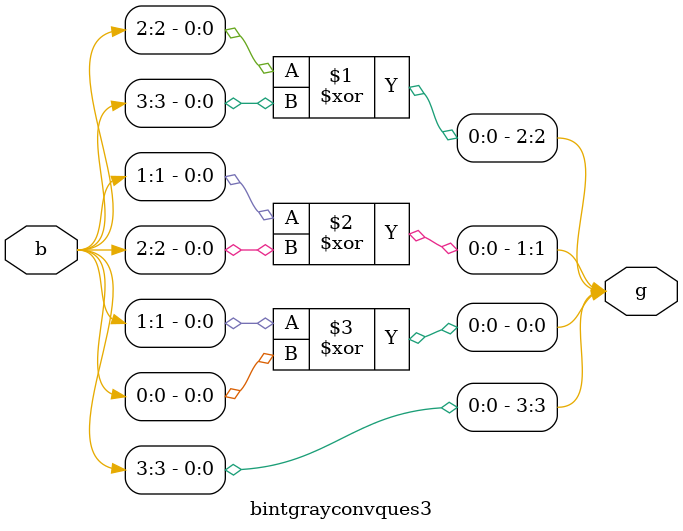
<source format=v>
`timescale 1ns / 1ps
module bintgrayconvques3(input [3:0]b,output [3:0]g
    );
	 assign g[3]=b[3];
	 assign g[2]=b[2]^b[3];
	 assign g[1]=b[1]^b[2];
	 assign g[0]=b[1]^b[0];
	
	

endmodule

</source>
